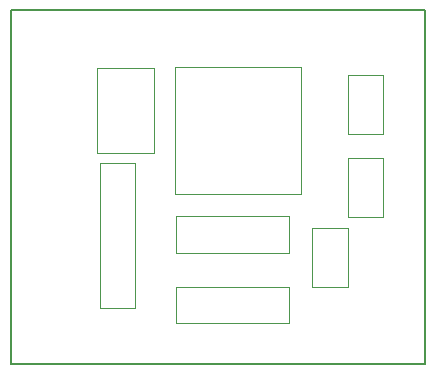
<source format=gbr>
G04 #@! TF.GenerationSoftware,KiCad,Pcbnew,(5.1.10)-1*
G04 #@! TF.CreationDate,2021-06-23T07:40:26+02:00*
G04 #@! TF.ProjectId,inyector-audio,696e7965-6374-46f7-922d-617564696f2e,3.0*
G04 #@! TF.SameCoordinates,Original*
G04 #@! TF.FileFunction,Other,User*
%FSLAX46Y46*%
G04 Gerber Fmt 4.6, Leading zero omitted, Abs format (unit mm)*
G04 Created by KiCad (PCBNEW (5.1.10)-1) date 2021-06-23 07:40:26*
%MOMM*%
%LPD*%
G01*
G04 APERTURE LIST*
G04 #@! TA.AperFunction,Profile*
%ADD10C,0.150000*%
G04 #@! TD*
%ADD11C,0.050000*%
G04 APERTURE END LIST*
D10*
X85000000Y-71000000D02*
X120000000Y-71000000D01*
X85000000Y-101000000D02*
X85000000Y-71000000D01*
X120000000Y-101000000D02*
X85000000Y-101000000D01*
X120000000Y-71000000D02*
X120000000Y-101000000D01*
D11*
X98850000Y-86600000D02*
X109550000Y-86600000D01*
X98850000Y-75800000D02*
X98850000Y-86600000D01*
X109550000Y-75800000D02*
X98850000Y-75800000D01*
X109550000Y-86600000D02*
X109550000Y-75800000D01*
X108550000Y-88450000D02*
X98950000Y-88450000D01*
X108550000Y-91550000D02*
X108550000Y-88450000D01*
X98950000Y-91550000D02*
X108550000Y-91550000D01*
X98950000Y-88450000D02*
X98950000Y-91550000D01*
X98950000Y-94450000D02*
X98950000Y-97550000D01*
X98950000Y-97550000D02*
X108550000Y-97550000D01*
X108550000Y-97550000D02*
X108550000Y-94450000D01*
X108550000Y-94450000D02*
X98950000Y-94450000D01*
X95500000Y-96210000D02*
X95500000Y-83950000D01*
X92500000Y-96210000D02*
X95500000Y-96210000D01*
X92500000Y-83950000D02*
X92500000Y-96210000D01*
X95500000Y-83950000D02*
X92500000Y-83950000D01*
X92250000Y-83100000D02*
X97100000Y-83100000D01*
X92250000Y-75900000D02*
X92250000Y-83100000D01*
X97100000Y-75900000D02*
X92250000Y-75900000D01*
X97100000Y-83100000D02*
X97100000Y-75900000D01*
X116500000Y-81500000D02*
X116500000Y-76500000D01*
X116500000Y-76500000D02*
X113500000Y-76500000D01*
X113500000Y-76500000D02*
X113500000Y-81500000D01*
X113500000Y-81500000D02*
X116500000Y-81500000D01*
X113500000Y-88500000D02*
X116500000Y-88500000D01*
X113500000Y-83500000D02*
X113500000Y-88500000D01*
X116500000Y-83500000D02*
X113500000Y-83500000D01*
X116500000Y-88500000D02*
X116500000Y-83500000D01*
X110500000Y-89500000D02*
X110500000Y-94500000D01*
X110500000Y-94500000D02*
X113500000Y-94500000D01*
X113500000Y-94500000D02*
X113500000Y-89500000D01*
X113500000Y-89500000D02*
X110500000Y-89500000D01*
M02*

</source>
